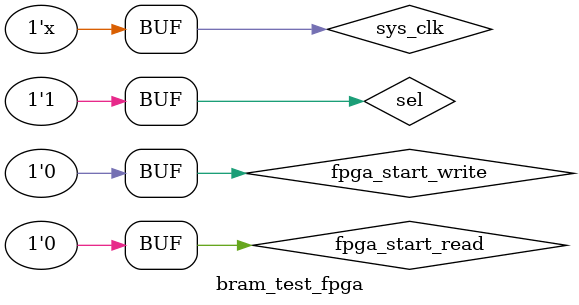
<source format=v>
`timescale 1ns / 1ps

module bram_test_fpga;

//System Clk
reg sys_clk=0;

// BRAM Interfacing Signals
wire bram_control_fpga_we;
wire [17:0]bram_control_fpga_addr;
wire [15:0]bram_control_fpga_data_in;
wire [31:0]data_mat_in;
reg  fpga_start_read;
wire fpga_done_read;
reg  fpga_start_write;
wire fpga_done_write;
reg  sel;

top_module_bram_fpga top_module_bram_fpga0(
.sys_clk(sys_clk),
.bram_control_fpga_we(bram_control_fpga_we),
.bram_control_fpga_addr(bram_control_fpga_addr),
.bram_control_fpga_data_in(bram_control_fpga_data_in),
.data_mat_in(data_mat_in),
.fpga_start_read(fpga_start_read),
.fpga_done_read(fpga_done_read),
.fpga_start_write(fpga_start_write),
.fpga_done_write(fpga_done_write),
.sel(sel)
);

always #20 sys_clk = ~sys_clk;

initial begin
sel=1'b1;
fpga_start_read = 1'b0;
fpga_start_write =1'b0;
#400
fpga_start_read = 1'b0;
fpga_start_write =1'b1;
#2000
fpga_start_read = 1'b1;
fpga_start_write =1'b0;
#2500
fpga_start_read = 1'b0;
fpga_start_write =1'b0;
end

endmodule

</source>
